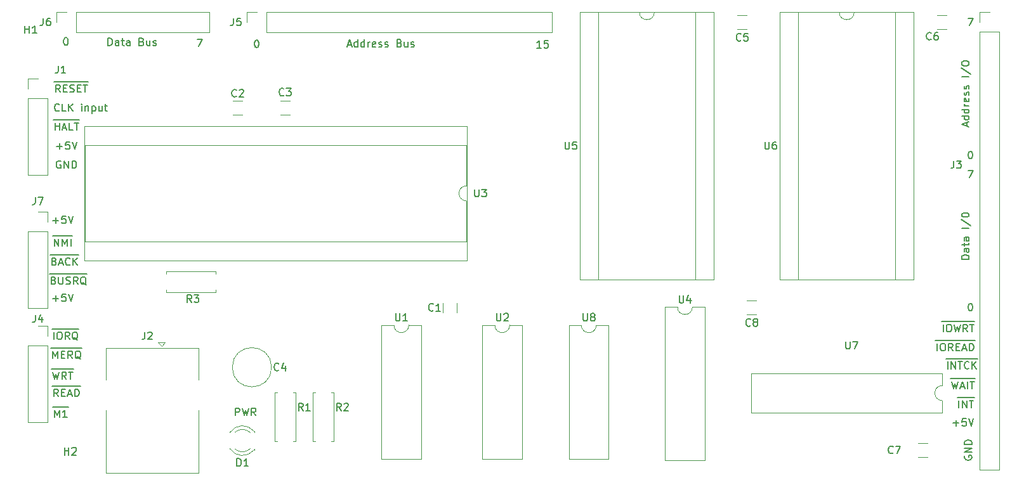
<source format=gbr>
G04 #@! TF.GenerationSoftware,KiCad,Pcbnew,(5.1.4)-1*
G04 #@! TF.CreationDate,2019-12-24T11:40:01+01:00*
G04 #@! TF.ProjectId,Dator,4461746f-722e-46b6-9963-61645f706362,rev?*
G04 #@! TF.SameCoordinates,Original*
G04 #@! TF.FileFunction,Legend,Top*
G04 #@! TF.FilePolarity,Positive*
%FSLAX46Y46*%
G04 Gerber Fmt 4.6, Leading zero omitted, Abs format (unit mm)*
G04 Created by KiCad (PCBNEW (5.1.4)-1) date 2019-12-24 11:40:01*
%MOMM*%
%LPD*%
G04 APERTURE LIST*
%ADD10C,0.150000*%
%ADD11C,0.120000*%
G04 APERTURE END LIST*
D10*
X93337285Y-109575000D02*
X93813476Y-109575000D01*
X93575380Y-110942380D02*
X93575380Y-109942380D01*
X93813476Y-109575000D02*
X94861095Y-109575000D01*
X94242047Y-109942380D02*
X94432523Y-109942380D01*
X94527761Y-109990000D01*
X94623000Y-110085238D01*
X94670619Y-110275714D01*
X94670619Y-110609047D01*
X94623000Y-110799523D01*
X94527761Y-110894761D01*
X94432523Y-110942380D01*
X94242047Y-110942380D01*
X94146809Y-110894761D01*
X94051571Y-110799523D01*
X94003952Y-110609047D01*
X94003952Y-110275714D01*
X94051571Y-110085238D01*
X94146809Y-109990000D01*
X94242047Y-109942380D01*
X94861095Y-109575000D02*
X95861095Y-109575000D01*
X95670619Y-110942380D02*
X95337285Y-110466190D01*
X95099190Y-110942380D02*
X95099190Y-109942380D01*
X95480142Y-109942380D01*
X95575380Y-109990000D01*
X95623000Y-110037619D01*
X95670619Y-110132857D01*
X95670619Y-110275714D01*
X95623000Y-110370952D01*
X95575380Y-110418571D01*
X95480142Y-110466190D01*
X95099190Y-110466190D01*
X95861095Y-109575000D02*
X96908714Y-109575000D01*
X96765857Y-111037619D02*
X96670619Y-110990000D01*
X96575380Y-110894761D01*
X96432523Y-110751904D01*
X96337285Y-110704285D01*
X96242047Y-110704285D01*
X96289666Y-110942380D02*
X96194428Y-110894761D01*
X96099190Y-110799523D01*
X96051571Y-110609047D01*
X96051571Y-110275714D01*
X96099190Y-110085238D01*
X96194428Y-109990000D01*
X96289666Y-109942380D01*
X96480142Y-109942380D01*
X96575380Y-109990000D01*
X96670619Y-110085238D01*
X96718238Y-110275714D01*
X96718238Y-110609047D01*
X96670619Y-110799523D01*
X96575380Y-110894761D01*
X96480142Y-110942380D01*
X96289666Y-110942380D01*
X100822523Y-71699380D02*
X100822523Y-70699380D01*
X101060619Y-70699380D01*
X101203476Y-70747000D01*
X101298714Y-70842238D01*
X101346333Y-70937476D01*
X101393952Y-71127952D01*
X101393952Y-71270809D01*
X101346333Y-71461285D01*
X101298714Y-71556523D01*
X101203476Y-71651761D01*
X101060619Y-71699380D01*
X100822523Y-71699380D01*
X102251095Y-71699380D02*
X102251095Y-71175571D01*
X102203476Y-71080333D01*
X102108238Y-71032714D01*
X101917761Y-71032714D01*
X101822523Y-71080333D01*
X102251095Y-71651761D02*
X102155857Y-71699380D01*
X101917761Y-71699380D01*
X101822523Y-71651761D01*
X101774904Y-71556523D01*
X101774904Y-71461285D01*
X101822523Y-71366047D01*
X101917761Y-71318428D01*
X102155857Y-71318428D01*
X102251095Y-71270809D01*
X102584428Y-71032714D02*
X102965380Y-71032714D01*
X102727285Y-70699380D02*
X102727285Y-71556523D01*
X102774904Y-71651761D01*
X102870142Y-71699380D01*
X102965380Y-71699380D01*
X103727285Y-71699380D02*
X103727285Y-71175571D01*
X103679666Y-71080333D01*
X103584428Y-71032714D01*
X103393952Y-71032714D01*
X103298714Y-71080333D01*
X103727285Y-71651761D02*
X103632047Y-71699380D01*
X103393952Y-71699380D01*
X103298714Y-71651761D01*
X103251095Y-71556523D01*
X103251095Y-71461285D01*
X103298714Y-71366047D01*
X103393952Y-71318428D01*
X103632047Y-71318428D01*
X103727285Y-71270809D01*
X105298714Y-71175571D02*
X105441571Y-71223190D01*
X105489190Y-71270809D01*
X105536809Y-71366047D01*
X105536809Y-71508904D01*
X105489190Y-71604142D01*
X105441571Y-71651761D01*
X105346333Y-71699380D01*
X104965380Y-71699380D01*
X104965380Y-70699380D01*
X105298714Y-70699380D01*
X105393952Y-70747000D01*
X105441571Y-70794619D01*
X105489190Y-70889857D01*
X105489190Y-70985095D01*
X105441571Y-71080333D01*
X105393952Y-71127952D01*
X105298714Y-71175571D01*
X104965380Y-71175571D01*
X106393952Y-71032714D02*
X106393952Y-71699380D01*
X105965380Y-71032714D02*
X105965380Y-71556523D01*
X106013000Y-71651761D01*
X106108238Y-71699380D01*
X106251095Y-71699380D01*
X106346333Y-71651761D01*
X106393952Y-71604142D01*
X106822523Y-71651761D02*
X106917761Y-71699380D01*
X107108238Y-71699380D01*
X107203476Y-71651761D01*
X107251095Y-71556523D01*
X107251095Y-71508904D01*
X107203476Y-71413666D01*
X107108238Y-71366047D01*
X106965380Y-71366047D01*
X106870142Y-71318428D01*
X106822523Y-71223190D01*
X106822523Y-71175571D01*
X106870142Y-71080333D01*
X106965380Y-71032714D01*
X107108238Y-71032714D01*
X107203476Y-71080333D01*
X132794928Y-71604166D02*
X133271119Y-71604166D01*
X132699690Y-71889880D02*
X133033023Y-70889880D01*
X133366357Y-71889880D01*
X134128261Y-71889880D02*
X134128261Y-70889880D01*
X134128261Y-71842261D02*
X134033023Y-71889880D01*
X133842547Y-71889880D01*
X133747309Y-71842261D01*
X133699690Y-71794642D01*
X133652071Y-71699404D01*
X133652071Y-71413690D01*
X133699690Y-71318452D01*
X133747309Y-71270833D01*
X133842547Y-71223214D01*
X134033023Y-71223214D01*
X134128261Y-71270833D01*
X135033023Y-71889880D02*
X135033023Y-70889880D01*
X135033023Y-71842261D02*
X134937785Y-71889880D01*
X134747309Y-71889880D01*
X134652071Y-71842261D01*
X134604452Y-71794642D01*
X134556833Y-71699404D01*
X134556833Y-71413690D01*
X134604452Y-71318452D01*
X134652071Y-71270833D01*
X134747309Y-71223214D01*
X134937785Y-71223214D01*
X135033023Y-71270833D01*
X135509214Y-71889880D02*
X135509214Y-71223214D01*
X135509214Y-71413690D02*
X135556833Y-71318452D01*
X135604452Y-71270833D01*
X135699690Y-71223214D01*
X135794928Y-71223214D01*
X136509214Y-71842261D02*
X136413976Y-71889880D01*
X136223500Y-71889880D01*
X136128261Y-71842261D01*
X136080642Y-71747023D01*
X136080642Y-71366071D01*
X136128261Y-71270833D01*
X136223500Y-71223214D01*
X136413976Y-71223214D01*
X136509214Y-71270833D01*
X136556833Y-71366071D01*
X136556833Y-71461309D01*
X136080642Y-71556547D01*
X136937785Y-71842261D02*
X137033023Y-71889880D01*
X137223500Y-71889880D01*
X137318738Y-71842261D01*
X137366357Y-71747023D01*
X137366357Y-71699404D01*
X137318738Y-71604166D01*
X137223500Y-71556547D01*
X137080642Y-71556547D01*
X136985404Y-71508928D01*
X136937785Y-71413690D01*
X136937785Y-71366071D01*
X136985404Y-71270833D01*
X137080642Y-71223214D01*
X137223500Y-71223214D01*
X137318738Y-71270833D01*
X137747309Y-71842261D02*
X137842547Y-71889880D01*
X138033023Y-71889880D01*
X138128261Y-71842261D01*
X138175880Y-71747023D01*
X138175880Y-71699404D01*
X138128261Y-71604166D01*
X138033023Y-71556547D01*
X137890166Y-71556547D01*
X137794928Y-71508928D01*
X137747309Y-71413690D01*
X137747309Y-71366071D01*
X137794928Y-71270833D01*
X137890166Y-71223214D01*
X138033023Y-71223214D01*
X138128261Y-71270833D01*
X139699690Y-71366071D02*
X139842547Y-71413690D01*
X139890166Y-71461309D01*
X139937785Y-71556547D01*
X139937785Y-71699404D01*
X139890166Y-71794642D01*
X139842547Y-71842261D01*
X139747309Y-71889880D01*
X139366357Y-71889880D01*
X139366357Y-70889880D01*
X139699690Y-70889880D01*
X139794928Y-70937500D01*
X139842547Y-70985119D01*
X139890166Y-71080357D01*
X139890166Y-71175595D01*
X139842547Y-71270833D01*
X139794928Y-71318452D01*
X139699690Y-71366071D01*
X139366357Y-71366071D01*
X140794928Y-71223214D02*
X140794928Y-71889880D01*
X140366357Y-71223214D02*
X140366357Y-71747023D01*
X140413976Y-71842261D01*
X140509214Y-71889880D01*
X140652071Y-71889880D01*
X140747309Y-71842261D01*
X140794928Y-71794642D01*
X141223500Y-71842261D02*
X141318738Y-71889880D01*
X141509214Y-71889880D01*
X141604452Y-71842261D01*
X141652071Y-71747023D01*
X141652071Y-71699404D01*
X141604452Y-71604166D01*
X141509214Y-71556547D01*
X141366357Y-71556547D01*
X141271119Y-71508928D01*
X141223500Y-71413690D01*
X141223500Y-71366071D01*
X141271119Y-71270833D01*
X141366357Y-71223214D01*
X141509214Y-71223214D01*
X141604452Y-71270833D01*
X158623023Y-72016880D02*
X158051595Y-72016880D01*
X158337309Y-72016880D02*
X158337309Y-71016880D01*
X158242071Y-71159738D01*
X158146833Y-71254976D01*
X158051595Y-71302595D01*
X159527785Y-71016880D02*
X159051595Y-71016880D01*
X159003976Y-71493071D01*
X159051595Y-71445452D01*
X159146833Y-71397833D01*
X159384928Y-71397833D01*
X159480166Y-71445452D01*
X159527785Y-71493071D01*
X159575404Y-71588309D01*
X159575404Y-71826404D01*
X159527785Y-71921642D01*
X159480166Y-71969261D01*
X159384928Y-72016880D01*
X159146833Y-72016880D01*
X159051595Y-71969261D01*
X159003976Y-71921642D01*
X120602380Y-70953380D02*
X120697619Y-70953380D01*
X120792857Y-71001000D01*
X120840476Y-71048619D01*
X120888095Y-71143857D01*
X120935714Y-71334333D01*
X120935714Y-71572428D01*
X120888095Y-71762904D01*
X120840476Y-71858142D01*
X120792857Y-71905761D01*
X120697619Y-71953380D01*
X120602380Y-71953380D01*
X120507142Y-71905761D01*
X120459523Y-71858142D01*
X120411904Y-71762904D01*
X120364285Y-71572428D01*
X120364285Y-71334333D01*
X120411904Y-71143857D01*
X120459523Y-71048619D01*
X120507142Y-71001000D01*
X120602380Y-70953380D01*
X112696666Y-70826380D02*
X113363333Y-70826380D01*
X112934761Y-71826380D01*
X95138880Y-70635880D02*
X95234119Y-70635880D01*
X95329357Y-70683500D01*
X95376976Y-70731119D01*
X95424595Y-70826357D01*
X95472214Y-71016833D01*
X95472214Y-71254928D01*
X95424595Y-71445404D01*
X95376976Y-71540642D01*
X95329357Y-71588261D01*
X95234119Y-71635880D01*
X95138880Y-71635880D01*
X95043642Y-71588261D01*
X94996023Y-71540642D01*
X94948404Y-71445404D01*
X94900785Y-71254928D01*
X94900785Y-71016833D01*
X94948404Y-70826357D01*
X94996023Y-70731119D01*
X95043642Y-70683500D01*
X95138880Y-70635880D01*
X93623095Y-76555000D02*
X94623095Y-76555000D01*
X94432619Y-77922380D02*
X94099285Y-77446190D01*
X93861190Y-77922380D02*
X93861190Y-76922380D01*
X94242142Y-76922380D01*
X94337380Y-76970000D01*
X94385000Y-77017619D01*
X94432619Y-77112857D01*
X94432619Y-77255714D01*
X94385000Y-77350952D01*
X94337380Y-77398571D01*
X94242142Y-77446190D01*
X93861190Y-77446190D01*
X94623095Y-76555000D02*
X95527857Y-76555000D01*
X94861190Y-77398571D02*
X95194523Y-77398571D01*
X95337380Y-77922380D02*
X94861190Y-77922380D01*
X94861190Y-76922380D01*
X95337380Y-76922380D01*
X95527857Y-76555000D02*
X96480238Y-76555000D01*
X95718333Y-77874761D02*
X95861190Y-77922380D01*
X96099285Y-77922380D01*
X96194523Y-77874761D01*
X96242142Y-77827142D01*
X96289761Y-77731904D01*
X96289761Y-77636666D01*
X96242142Y-77541428D01*
X96194523Y-77493809D01*
X96099285Y-77446190D01*
X95908809Y-77398571D01*
X95813571Y-77350952D01*
X95765952Y-77303333D01*
X95718333Y-77208095D01*
X95718333Y-77112857D01*
X95765952Y-77017619D01*
X95813571Y-76970000D01*
X95908809Y-76922380D01*
X96146904Y-76922380D01*
X96289761Y-76970000D01*
X96480238Y-76555000D02*
X97385000Y-76555000D01*
X96718333Y-77398571D02*
X97051666Y-77398571D01*
X97194523Y-77922380D02*
X96718333Y-77922380D01*
X96718333Y-76922380D01*
X97194523Y-76922380D01*
X97385000Y-76555000D02*
X98146904Y-76555000D01*
X97480238Y-76922380D02*
X98051666Y-76922380D01*
X97765952Y-77922380D02*
X97765952Y-76922380D01*
X94488095Y-87130000D02*
X94392857Y-87082380D01*
X94250000Y-87082380D01*
X94107142Y-87130000D01*
X94011904Y-87225238D01*
X93964285Y-87320476D01*
X93916666Y-87510952D01*
X93916666Y-87653809D01*
X93964285Y-87844285D01*
X94011904Y-87939523D01*
X94107142Y-88034761D01*
X94250000Y-88082380D01*
X94345238Y-88082380D01*
X94488095Y-88034761D01*
X94535714Y-87987142D01*
X94535714Y-87653809D01*
X94345238Y-87653809D01*
X94964285Y-88082380D02*
X94964285Y-87082380D01*
X95535714Y-88082380D01*
X95535714Y-87082380D01*
X96011904Y-88082380D02*
X96011904Y-87082380D01*
X96250000Y-87082380D01*
X96392857Y-87130000D01*
X96488095Y-87225238D01*
X96535714Y-87320476D01*
X96583333Y-87510952D01*
X96583333Y-87653809D01*
X96535714Y-87844285D01*
X96488095Y-87939523D01*
X96392857Y-88034761D01*
X96250000Y-88082380D01*
X96011904Y-88082380D01*
X93511904Y-81635000D02*
X94559523Y-81635000D01*
X93750000Y-83002380D02*
X93750000Y-82002380D01*
X93750000Y-82478571D02*
X94321428Y-82478571D01*
X94321428Y-83002380D02*
X94321428Y-82002380D01*
X94559523Y-81635000D02*
X95416666Y-81635000D01*
X94750000Y-82716666D02*
X95226190Y-82716666D01*
X94654761Y-83002380D02*
X94988095Y-82002380D01*
X95321428Y-83002380D01*
X95416666Y-81635000D02*
X96226190Y-81635000D01*
X96130952Y-83002380D02*
X95654761Y-83002380D01*
X95654761Y-82002380D01*
X96226190Y-81635000D02*
X96988095Y-81635000D01*
X96321428Y-82002380D02*
X96892857Y-82002380D01*
X96607142Y-83002380D02*
X96607142Y-82002380D01*
X94297857Y-80367142D02*
X94250238Y-80414761D01*
X94107380Y-80462380D01*
X94012142Y-80462380D01*
X93869285Y-80414761D01*
X93774047Y-80319523D01*
X93726428Y-80224285D01*
X93678809Y-80033809D01*
X93678809Y-79890952D01*
X93726428Y-79700476D01*
X93774047Y-79605238D01*
X93869285Y-79510000D01*
X94012142Y-79462380D01*
X94107380Y-79462380D01*
X94250238Y-79510000D01*
X94297857Y-79557619D01*
X95202619Y-80462380D02*
X94726428Y-80462380D01*
X94726428Y-79462380D01*
X95535952Y-80462380D02*
X95535952Y-79462380D01*
X96107380Y-80462380D02*
X95678809Y-79890952D01*
X96107380Y-79462380D02*
X95535952Y-80033809D01*
X97297857Y-80462380D02*
X97297857Y-79795714D01*
X97297857Y-79462380D02*
X97250238Y-79510000D01*
X97297857Y-79557619D01*
X97345476Y-79510000D01*
X97297857Y-79462380D01*
X97297857Y-79557619D01*
X97774047Y-79795714D02*
X97774047Y-80462380D01*
X97774047Y-79890952D02*
X97821666Y-79843333D01*
X97916904Y-79795714D01*
X98059761Y-79795714D01*
X98155000Y-79843333D01*
X98202619Y-79938571D01*
X98202619Y-80462380D01*
X98678809Y-79795714D02*
X98678809Y-80795714D01*
X98678809Y-79843333D02*
X98774047Y-79795714D01*
X98964523Y-79795714D01*
X99059761Y-79843333D01*
X99107380Y-79890952D01*
X99155000Y-79986190D01*
X99155000Y-80271904D01*
X99107380Y-80367142D01*
X99059761Y-80414761D01*
X98964523Y-80462380D01*
X98774047Y-80462380D01*
X98678809Y-80414761D01*
X100012142Y-79795714D02*
X100012142Y-80462380D01*
X99583571Y-79795714D02*
X99583571Y-80319523D01*
X99631190Y-80414761D01*
X99726428Y-80462380D01*
X99869285Y-80462380D01*
X99964523Y-80414761D01*
X100012142Y-80367142D01*
X100345476Y-79795714D02*
X100726428Y-79795714D01*
X100488333Y-79462380D02*
X100488333Y-80319523D01*
X100535952Y-80414761D01*
X100631190Y-80462380D01*
X100726428Y-80462380D01*
X93964285Y-85161428D02*
X94726190Y-85161428D01*
X94345238Y-85542380D02*
X94345238Y-84780476D01*
X95678571Y-84542380D02*
X95202380Y-84542380D01*
X95154761Y-85018571D01*
X95202380Y-84970952D01*
X95297619Y-84923333D01*
X95535714Y-84923333D01*
X95630952Y-84970952D01*
X95678571Y-85018571D01*
X95726190Y-85113809D01*
X95726190Y-85351904D01*
X95678571Y-85447142D01*
X95630952Y-85494761D01*
X95535714Y-85542380D01*
X95297619Y-85542380D01*
X95202380Y-85494761D01*
X95154761Y-85447142D01*
X96011904Y-84542380D02*
X96345238Y-85542380D01*
X96678571Y-84542380D01*
X93456285Y-105481428D02*
X94218190Y-105481428D01*
X93837238Y-105862380D02*
X93837238Y-105100476D01*
X95170571Y-104862380D02*
X94694380Y-104862380D01*
X94646761Y-105338571D01*
X94694380Y-105290952D01*
X94789619Y-105243333D01*
X95027714Y-105243333D01*
X95122952Y-105290952D01*
X95170571Y-105338571D01*
X95218190Y-105433809D01*
X95218190Y-105671904D01*
X95170571Y-105767142D01*
X95122952Y-105814761D01*
X95027714Y-105862380D01*
X94789619Y-105862380D01*
X94694380Y-105814761D01*
X94646761Y-105767142D01*
X95503904Y-104862380D02*
X95837238Y-105862380D01*
X96170571Y-104862380D01*
X92980190Y-102209000D02*
X93980190Y-102209000D01*
X93551619Y-103052571D02*
X93694476Y-103100190D01*
X93742095Y-103147809D01*
X93789714Y-103243047D01*
X93789714Y-103385904D01*
X93742095Y-103481142D01*
X93694476Y-103528761D01*
X93599238Y-103576380D01*
X93218285Y-103576380D01*
X93218285Y-102576380D01*
X93551619Y-102576380D01*
X93646857Y-102624000D01*
X93694476Y-102671619D01*
X93742095Y-102766857D01*
X93742095Y-102862095D01*
X93694476Y-102957333D01*
X93646857Y-103004952D01*
X93551619Y-103052571D01*
X93218285Y-103052571D01*
X93980190Y-102209000D02*
X95027809Y-102209000D01*
X94218285Y-102576380D02*
X94218285Y-103385904D01*
X94265904Y-103481142D01*
X94313523Y-103528761D01*
X94408761Y-103576380D01*
X94599238Y-103576380D01*
X94694476Y-103528761D01*
X94742095Y-103481142D01*
X94789714Y-103385904D01*
X94789714Y-102576380D01*
X95027809Y-102209000D02*
X95980190Y-102209000D01*
X95218285Y-103528761D02*
X95361142Y-103576380D01*
X95599238Y-103576380D01*
X95694476Y-103528761D01*
X95742095Y-103481142D01*
X95789714Y-103385904D01*
X95789714Y-103290666D01*
X95742095Y-103195428D01*
X95694476Y-103147809D01*
X95599238Y-103100190D01*
X95408761Y-103052571D01*
X95313523Y-103004952D01*
X95265904Y-102957333D01*
X95218285Y-102862095D01*
X95218285Y-102766857D01*
X95265904Y-102671619D01*
X95313523Y-102624000D01*
X95408761Y-102576380D01*
X95646857Y-102576380D01*
X95789714Y-102624000D01*
X95980190Y-102209000D02*
X96980190Y-102209000D01*
X96789714Y-103576380D02*
X96456380Y-103100190D01*
X96218285Y-103576380D02*
X96218285Y-102576380D01*
X96599238Y-102576380D01*
X96694476Y-102624000D01*
X96742095Y-102671619D01*
X96789714Y-102766857D01*
X96789714Y-102909714D01*
X96742095Y-103004952D01*
X96694476Y-103052571D01*
X96599238Y-103100190D01*
X96218285Y-103100190D01*
X96980190Y-102209000D02*
X98027809Y-102209000D01*
X97884952Y-103671619D02*
X97789714Y-103624000D01*
X97694476Y-103528761D01*
X97551619Y-103385904D01*
X97456380Y-103338285D01*
X97361142Y-103338285D01*
X97408761Y-103576380D02*
X97313523Y-103528761D01*
X97218285Y-103433523D01*
X97170666Y-103243047D01*
X97170666Y-102909714D01*
X97218285Y-102719238D01*
X97313523Y-102624000D01*
X97408761Y-102576380D01*
X97599238Y-102576380D01*
X97694476Y-102624000D01*
X97789714Y-102719238D01*
X97837333Y-102909714D01*
X97837333Y-103243047D01*
X97789714Y-103433523D01*
X97694476Y-103528761D01*
X97599238Y-103576380D01*
X97408761Y-103576380D01*
X93067428Y-99669000D02*
X94067428Y-99669000D01*
X93638857Y-100512571D02*
X93781714Y-100560190D01*
X93829333Y-100607809D01*
X93876952Y-100703047D01*
X93876952Y-100845904D01*
X93829333Y-100941142D01*
X93781714Y-100988761D01*
X93686476Y-101036380D01*
X93305523Y-101036380D01*
X93305523Y-100036380D01*
X93638857Y-100036380D01*
X93734095Y-100084000D01*
X93781714Y-100131619D01*
X93829333Y-100226857D01*
X93829333Y-100322095D01*
X93781714Y-100417333D01*
X93734095Y-100464952D01*
X93638857Y-100512571D01*
X93305523Y-100512571D01*
X94067428Y-99669000D02*
X94924571Y-99669000D01*
X94257904Y-100750666D02*
X94734095Y-100750666D01*
X94162666Y-101036380D02*
X94496000Y-100036380D01*
X94829333Y-101036380D01*
X94924571Y-99669000D02*
X95924571Y-99669000D01*
X95734095Y-100941142D02*
X95686476Y-100988761D01*
X95543619Y-101036380D01*
X95448380Y-101036380D01*
X95305523Y-100988761D01*
X95210285Y-100893523D01*
X95162666Y-100798285D01*
X95115047Y-100607809D01*
X95115047Y-100464952D01*
X95162666Y-100274476D01*
X95210285Y-100179238D01*
X95305523Y-100084000D01*
X95448380Y-100036380D01*
X95543619Y-100036380D01*
X95686476Y-100084000D01*
X95734095Y-100131619D01*
X95924571Y-99669000D02*
X96924571Y-99669000D01*
X96162666Y-101036380D02*
X96162666Y-100036380D01*
X96734095Y-101036380D02*
X96305523Y-100464952D01*
X96734095Y-100036380D02*
X96162666Y-100607809D01*
X93408666Y-97129000D02*
X94456285Y-97129000D01*
X93646761Y-98496380D02*
X93646761Y-97496380D01*
X94218190Y-98496380D01*
X94218190Y-97496380D01*
X94456285Y-97129000D02*
X95599142Y-97129000D01*
X94694380Y-98496380D02*
X94694380Y-97496380D01*
X95027714Y-98210666D01*
X95361047Y-97496380D01*
X95361047Y-98496380D01*
X95599142Y-97129000D02*
X96075333Y-97129000D01*
X95837238Y-98496380D02*
X95837238Y-97496380D01*
X93456285Y-95067428D02*
X94218190Y-95067428D01*
X93837238Y-95448380D02*
X93837238Y-94686476D01*
X95170571Y-94448380D02*
X94694380Y-94448380D01*
X94646761Y-94924571D01*
X94694380Y-94876952D01*
X94789619Y-94829333D01*
X95027714Y-94829333D01*
X95122952Y-94876952D01*
X95170571Y-94924571D01*
X95218190Y-95019809D01*
X95218190Y-95257904D01*
X95170571Y-95353142D01*
X95122952Y-95400761D01*
X95027714Y-95448380D01*
X94789619Y-95448380D01*
X94694380Y-95400761D01*
X94646761Y-95353142D01*
X95503904Y-94448380D02*
X95837238Y-95448380D01*
X96170571Y-94448380D01*
X93440380Y-119989000D02*
X94583238Y-119989000D01*
X93678476Y-121356380D02*
X93678476Y-120356380D01*
X94011809Y-121070666D01*
X94345142Y-120356380D01*
X94345142Y-121356380D01*
X94583238Y-119989000D02*
X95535619Y-119989000D01*
X95345142Y-121356380D02*
X94773714Y-121356380D01*
X95059428Y-121356380D02*
X95059428Y-120356380D01*
X94964190Y-120499238D01*
X94868952Y-120594476D01*
X94773714Y-120642095D01*
X93369047Y-117195000D02*
X94369047Y-117195000D01*
X94178571Y-118562380D02*
X93845238Y-118086190D01*
X93607142Y-118562380D02*
X93607142Y-117562380D01*
X93988095Y-117562380D01*
X94083333Y-117610000D01*
X94130952Y-117657619D01*
X94178571Y-117752857D01*
X94178571Y-117895714D01*
X94130952Y-117990952D01*
X94083333Y-118038571D01*
X93988095Y-118086190D01*
X93607142Y-118086190D01*
X94369047Y-117195000D02*
X95273809Y-117195000D01*
X94607142Y-118038571D02*
X94940476Y-118038571D01*
X95083333Y-118562380D02*
X94607142Y-118562380D01*
X94607142Y-117562380D01*
X95083333Y-117562380D01*
X95273809Y-117195000D02*
X96130952Y-117195000D01*
X95464285Y-118276666D02*
X95940476Y-118276666D01*
X95369047Y-118562380D02*
X95702380Y-117562380D01*
X96035714Y-118562380D01*
X96130952Y-117195000D02*
X97130952Y-117195000D01*
X96369047Y-118562380D02*
X96369047Y-117562380D01*
X96607142Y-117562380D01*
X96749999Y-117610000D01*
X96845238Y-117705238D01*
X96892857Y-117800476D01*
X96940476Y-117990952D01*
X96940476Y-118133809D01*
X96892857Y-118324285D01*
X96845238Y-118419523D01*
X96749999Y-118514761D01*
X96607142Y-118562380D01*
X96369047Y-118562380D01*
X93289619Y-114909000D02*
X94432476Y-114909000D01*
X93432476Y-115276380D02*
X93670571Y-116276380D01*
X93861047Y-115562095D01*
X94051523Y-116276380D01*
X94289619Y-115276380D01*
X94432476Y-114909000D02*
X95432476Y-114909000D01*
X95242000Y-116276380D02*
X94908666Y-115800190D01*
X94670571Y-116276380D02*
X94670571Y-115276380D01*
X95051523Y-115276380D01*
X95146761Y-115324000D01*
X95194380Y-115371619D01*
X95242000Y-115466857D01*
X95242000Y-115609714D01*
X95194380Y-115704952D01*
X95146761Y-115752571D01*
X95051523Y-115800190D01*
X94670571Y-115800190D01*
X95432476Y-114909000D02*
X96194380Y-114909000D01*
X95527714Y-115276380D02*
X96099142Y-115276380D01*
X95813428Y-116276380D02*
X95813428Y-115276380D01*
X93202380Y-112115000D02*
X94345238Y-112115000D01*
X93440476Y-113482380D02*
X93440476Y-112482380D01*
X93773809Y-113196666D01*
X94107142Y-112482380D01*
X94107142Y-113482380D01*
X94345238Y-112115000D02*
X95250000Y-112115000D01*
X94583333Y-112958571D02*
X94916666Y-112958571D01*
X95059523Y-113482380D02*
X94583333Y-113482380D01*
X94583333Y-112482380D01*
X95059523Y-112482380D01*
X95250000Y-112115000D02*
X96250000Y-112115000D01*
X96059523Y-113482380D02*
X95726190Y-113006190D01*
X95488095Y-113482380D02*
X95488095Y-112482380D01*
X95869047Y-112482380D01*
X95964285Y-112530000D01*
X96011904Y-112577619D01*
X96059523Y-112672857D01*
X96059523Y-112815714D01*
X96011904Y-112910952D01*
X95964285Y-112958571D01*
X95869047Y-113006190D01*
X95488095Y-113006190D01*
X96250000Y-112115000D02*
X97297619Y-112115000D01*
X97154761Y-113577619D02*
X97059523Y-113530000D01*
X96964285Y-113434761D01*
X96821428Y-113291904D01*
X96726190Y-113244285D01*
X96630952Y-113244285D01*
X96678571Y-113482380D02*
X96583333Y-113434761D01*
X96488095Y-113339523D01*
X96440476Y-113149047D01*
X96440476Y-112815714D01*
X96488095Y-112625238D01*
X96583333Y-112530000D01*
X96678571Y-112482380D01*
X96869047Y-112482380D01*
X96964285Y-112530000D01*
X97059523Y-112625238D01*
X97107142Y-112815714D01*
X97107142Y-113149047D01*
X97059523Y-113339523D01*
X96964285Y-113434761D01*
X96869047Y-113482380D01*
X96678571Y-113482380D01*
X215717380Y-100226428D02*
X214717380Y-100226428D01*
X214717380Y-99988333D01*
X214765000Y-99845476D01*
X214860238Y-99750238D01*
X214955476Y-99702619D01*
X215145952Y-99655000D01*
X215288809Y-99655000D01*
X215479285Y-99702619D01*
X215574523Y-99750238D01*
X215669761Y-99845476D01*
X215717380Y-99988333D01*
X215717380Y-100226428D01*
X215717380Y-98797857D02*
X215193571Y-98797857D01*
X215098333Y-98845476D01*
X215050714Y-98940714D01*
X215050714Y-99131190D01*
X215098333Y-99226428D01*
X215669761Y-98797857D02*
X215717380Y-98893095D01*
X215717380Y-99131190D01*
X215669761Y-99226428D01*
X215574523Y-99274047D01*
X215479285Y-99274047D01*
X215384047Y-99226428D01*
X215336428Y-99131190D01*
X215336428Y-98893095D01*
X215288809Y-98797857D01*
X215050714Y-98464523D02*
X215050714Y-98083571D01*
X214717380Y-98321666D02*
X215574523Y-98321666D01*
X215669761Y-98274047D01*
X215717380Y-98178809D01*
X215717380Y-98083571D01*
X215717380Y-97321666D02*
X215193571Y-97321666D01*
X215098333Y-97369285D01*
X215050714Y-97464523D01*
X215050714Y-97655000D01*
X215098333Y-97750238D01*
X215669761Y-97321666D02*
X215717380Y-97416904D01*
X215717380Y-97655000D01*
X215669761Y-97750238D01*
X215574523Y-97797857D01*
X215479285Y-97797857D01*
X215384047Y-97750238D01*
X215336428Y-97655000D01*
X215336428Y-97416904D01*
X215288809Y-97321666D01*
X215717380Y-96083571D02*
X214717380Y-96083571D01*
X214669761Y-94893095D02*
X215955476Y-95750238D01*
X214717380Y-94369285D02*
X214717380Y-94274047D01*
X214765000Y-94178809D01*
X214812619Y-94131190D01*
X214907857Y-94083571D01*
X215098333Y-94035952D01*
X215336428Y-94035952D01*
X215526904Y-94083571D01*
X215622142Y-94131190D01*
X215669761Y-94178809D01*
X215717380Y-94274047D01*
X215717380Y-94369285D01*
X215669761Y-94464523D01*
X215622142Y-94512142D01*
X215526904Y-94559761D01*
X215336428Y-94607380D01*
X215098333Y-94607380D01*
X214907857Y-94559761D01*
X214812619Y-94512142D01*
X214765000Y-94464523D01*
X214717380Y-94369285D01*
X215431666Y-82462142D02*
X215431666Y-81985952D01*
X215717380Y-82557380D02*
X214717380Y-82224047D01*
X215717380Y-81890714D01*
X215717380Y-81128809D02*
X214717380Y-81128809D01*
X215669761Y-81128809D02*
X215717380Y-81224047D01*
X215717380Y-81414523D01*
X215669761Y-81509761D01*
X215622142Y-81557380D01*
X215526904Y-81605000D01*
X215241190Y-81605000D01*
X215145952Y-81557380D01*
X215098333Y-81509761D01*
X215050714Y-81414523D01*
X215050714Y-81224047D01*
X215098333Y-81128809D01*
X215717380Y-80224047D02*
X214717380Y-80224047D01*
X215669761Y-80224047D02*
X215717380Y-80319285D01*
X215717380Y-80509761D01*
X215669761Y-80605000D01*
X215622142Y-80652619D01*
X215526904Y-80700238D01*
X215241190Y-80700238D01*
X215145952Y-80652619D01*
X215098333Y-80605000D01*
X215050714Y-80509761D01*
X215050714Y-80319285D01*
X215098333Y-80224047D01*
X215717380Y-79747857D02*
X215050714Y-79747857D01*
X215241190Y-79747857D02*
X215145952Y-79700238D01*
X215098333Y-79652619D01*
X215050714Y-79557380D01*
X215050714Y-79462142D01*
X215669761Y-78747857D02*
X215717380Y-78843095D01*
X215717380Y-79033571D01*
X215669761Y-79128809D01*
X215574523Y-79176428D01*
X215193571Y-79176428D01*
X215098333Y-79128809D01*
X215050714Y-79033571D01*
X215050714Y-78843095D01*
X215098333Y-78747857D01*
X215193571Y-78700238D01*
X215288809Y-78700238D01*
X215384047Y-79176428D01*
X215669761Y-78319285D02*
X215717380Y-78224047D01*
X215717380Y-78033571D01*
X215669761Y-77938333D01*
X215574523Y-77890714D01*
X215526904Y-77890714D01*
X215431666Y-77938333D01*
X215384047Y-78033571D01*
X215384047Y-78176428D01*
X215336428Y-78271666D01*
X215241190Y-78319285D01*
X215193571Y-78319285D01*
X215098333Y-78271666D01*
X215050714Y-78176428D01*
X215050714Y-78033571D01*
X215098333Y-77938333D01*
X215669761Y-77509761D02*
X215717380Y-77414523D01*
X215717380Y-77224047D01*
X215669761Y-77128809D01*
X215574523Y-77081190D01*
X215526904Y-77081190D01*
X215431666Y-77128809D01*
X215384047Y-77224047D01*
X215384047Y-77366904D01*
X215336428Y-77462142D01*
X215241190Y-77509761D01*
X215193571Y-77509761D01*
X215098333Y-77462142D01*
X215050714Y-77366904D01*
X215050714Y-77224047D01*
X215098333Y-77128809D01*
X215717380Y-75890714D02*
X214717380Y-75890714D01*
X214669761Y-74700238D02*
X215955476Y-75557380D01*
X214717380Y-74176428D02*
X214717380Y-73985952D01*
X214765000Y-73890714D01*
X214860238Y-73795476D01*
X215050714Y-73747857D01*
X215384047Y-73747857D01*
X215574523Y-73795476D01*
X215669761Y-73890714D01*
X215717380Y-73985952D01*
X215717380Y-74176428D01*
X215669761Y-74271666D01*
X215574523Y-74366904D01*
X215384047Y-74414523D01*
X215050714Y-74414523D01*
X214860238Y-74366904D01*
X214765000Y-74271666D01*
X214717380Y-74176428D01*
X215146000Y-126491904D02*
X215098380Y-126587142D01*
X215098380Y-126730000D01*
X215146000Y-126872857D01*
X215241238Y-126968095D01*
X215336476Y-127015714D01*
X215526952Y-127063333D01*
X215669809Y-127063333D01*
X215860285Y-127015714D01*
X215955523Y-126968095D01*
X216050761Y-126872857D01*
X216098380Y-126730000D01*
X216098380Y-126634761D01*
X216050761Y-126491904D01*
X216003142Y-126444285D01*
X215669809Y-126444285D01*
X215669809Y-126634761D01*
X216098380Y-126015714D02*
X215098380Y-126015714D01*
X216098380Y-125444285D01*
X215098380Y-125444285D01*
X216098380Y-124968095D02*
X215098380Y-124968095D01*
X215098380Y-124730000D01*
X215146000Y-124587142D01*
X215241238Y-124491904D01*
X215336476Y-124444285D01*
X215526952Y-124396666D01*
X215669809Y-124396666D01*
X215860285Y-124444285D01*
X215955523Y-124491904D01*
X216050761Y-124587142D01*
X216098380Y-124730000D01*
X216098380Y-124968095D01*
X213598285Y-122118428D02*
X214360190Y-122118428D01*
X213979238Y-122499380D02*
X213979238Y-121737476D01*
X215312571Y-121499380D02*
X214836380Y-121499380D01*
X214788761Y-121975571D01*
X214836380Y-121927952D01*
X214931619Y-121880333D01*
X215169714Y-121880333D01*
X215264952Y-121927952D01*
X215312571Y-121975571D01*
X215360190Y-122070809D01*
X215360190Y-122308904D01*
X215312571Y-122404142D01*
X215264952Y-122451761D01*
X215169714Y-122499380D01*
X214931619Y-122499380D01*
X214836380Y-122451761D01*
X214788761Y-122404142D01*
X215645904Y-121499380D02*
X215979238Y-122499380D01*
X216312571Y-121499380D01*
X214122142Y-118719000D02*
X214598333Y-118719000D01*
X214360238Y-120086380D02*
X214360238Y-119086380D01*
X214598333Y-118719000D02*
X215645952Y-118719000D01*
X214836428Y-120086380D02*
X214836428Y-119086380D01*
X215407857Y-120086380D01*
X215407857Y-119086380D01*
X215645952Y-118719000D02*
X216407857Y-118719000D01*
X215741190Y-119086380D02*
X216312619Y-119086380D01*
X216026904Y-120086380D02*
X216026904Y-119086380D01*
X213264952Y-116179000D02*
X214407809Y-116179000D01*
X213407809Y-116546380D02*
X213645904Y-117546380D01*
X213836380Y-116832095D01*
X214026857Y-117546380D01*
X214264952Y-116546380D01*
X214407809Y-116179000D02*
X215264952Y-116179000D01*
X214598285Y-117260666D02*
X215074476Y-117260666D01*
X214503047Y-117546380D02*
X214836380Y-116546380D01*
X215169714Y-117546380D01*
X215264952Y-116179000D02*
X215741142Y-116179000D01*
X215503047Y-117546380D02*
X215503047Y-116546380D01*
X215741142Y-116179000D02*
X216503047Y-116179000D01*
X215836380Y-116546380D02*
X216407809Y-116546380D01*
X216122095Y-117546380D02*
X216122095Y-116546380D01*
X212614142Y-113512000D02*
X213090333Y-113512000D01*
X212852238Y-114879380D02*
X212852238Y-113879380D01*
X213090333Y-113512000D02*
X214137952Y-113512000D01*
X213328428Y-114879380D02*
X213328428Y-113879380D01*
X213899857Y-114879380D01*
X213899857Y-113879380D01*
X214137952Y-113512000D02*
X214899857Y-113512000D01*
X214233190Y-113879380D02*
X214804619Y-113879380D01*
X214518904Y-114879380D02*
X214518904Y-113879380D01*
X214899857Y-113512000D02*
X215899857Y-113512000D01*
X215709380Y-114784142D02*
X215661761Y-114831761D01*
X215518904Y-114879380D01*
X215423666Y-114879380D01*
X215280809Y-114831761D01*
X215185571Y-114736523D01*
X215137952Y-114641285D01*
X215090333Y-114450809D01*
X215090333Y-114307952D01*
X215137952Y-114117476D01*
X215185571Y-114022238D01*
X215280809Y-113927000D01*
X215423666Y-113879380D01*
X215518904Y-113879380D01*
X215661761Y-113927000D01*
X215709380Y-113974619D01*
X215899857Y-113512000D02*
X216899857Y-113512000D01*
X216137952Y-114879380D02*
X216137952Y-113879380D01*
X216709380Y-114879380D02*
X216280809Y-114307952D01*
X216709380Y-113879380D02*
X216137952Y-114450809D01*
X212034714Y-108559000D02*
X212510904Y-108559000D01*
X212272809Y-109926380D02*
X212272809Y-108926380D01*
X212510904Y-108559000D02*
X213558523Y-108559000D01*
X212939476Y-108926380D02*
X213129952Y-108926380D01*
X213225190Y-108974000D01*
X213320428Y-109069238D01*
X213368047Y-109259714D01*
X213368047Y-109593047D01*
X213320428Y-109783523D01*
X213225190Y-109878761D01*
X213129952Y-109926380D01*
X212939476Y-109926380D01*
X212844238Y-109878761D01*
X212749000Y-109783523D01*
X212701380Y-109593047D01*
X212701380Y-109259714D01*
X212749000Y-109069238D01*
X212844238Y-108974000D01*
X212939476Y-108926380D01*
X213558523Y-108559000D02*
X214701380Y-108559000D01*
X213701380Y-108926380D02*
X213939476Y-109926380D01*
X214129952Y-109212095D01*
X214320428Y-109926380D01*
X214558523Y-108926380D01*
X214701380Y-108559000D02*
X215701380Y-108559000D01*
X215510904Y-109926380D02*
X215177571Y-109450190D01*
X214939476Y-109926380D02*
X214939476Y-108926380D01*
X215320428Y-108926380D01*
X215415666Y-108974000D01*
X215463285Y-109021619D01*
X215510904Y-109116857D01*
X215510904Y-109259714D01*
X215463285Y-109354952D01*
X215415666Y-109402571D01*
X215320428Y-109450190D01*
X214939476Y-109450190D01*
X215701380Y-108559000D02*
X216463285Y-108559000D01*
X215796619Y-108926380D02*
X216368047Y-108926380D01*
X216082333Y-109926380D02*
X216082333Y-108926380D01*
X211225142Y-111099000D02*
X211701333Y-111099000D01*
X211463238Y-112466380D02*
X211463238Y-111466380D01*
X211701333Y-111099000D02*
X212748952Y-111099000D01*
X212129904Y-111466380D02*
X212320380Y-111466380D01*
X212415619Y-111514000D01*
X212510857Y-111609238D01*
X212558476Y-111799714D01*
X212558476Y-112133047D01*
X212510857Y-112323523D01*
X212415619Y-112418761D01*
X212320380Y-112466380D01*
X212129904Y-112466380D01*
X212034666Y-112418761D01*
X211939428Y-112323523D01*
X211891809Y-112133047D01*
X211891809Y-111799714D01*
X211939428Y-111609238D01*
X212034666Y-111514000D01*
X212129904Y-111466380D01*
X212748952Y-111099000D02*
X213748952Y-111099000D01*
X213558476Y-112466380D02*
X213225142Y-111990190D01*
X212987047Y-112466380D02*
X212987047Y-111466380D01*
X213368000Y-111466380D01*
X213463238Y-111514000D01*
X213510857Y-111561619D01*
X213558476Y-111656857D01*
X213558476Y-111799714D01*
X213510857Y-111894952D01*
X213463238Y-111942571D01*
X213368000Y-111990190D01*
X212987047Y-111990190D01*
X213748952Y-111099000D02*
X214653714Y-111099000D01*
X213987047Y-111942571D02*
X214320380Y-111942571D01*
X214463238Y-112466380D02*
X213987047Y-112466380D01*
X213987047Y-111466380D01*
X214463238Y-111466380D01*
X214653714Y-111099000D02*
X215510857Y-111099000D01*
X214844190Y-112180666D02*
X215320380Y-112180666D01*
X214748952Y-112466380D02*
X215082285Y-111466380D01*
X215415619Y-112466380D01*
X215510857Y-111099000D02*
X216510857Y-111099000D01*
X215748952Y-112466380D02*
X215748952Y-111466380D01*
X215987047Y-111466380D01*
X216129904Y-111514000D01*
X216225142Y-111609238D01*
X216272761Y-111704476D01*
X216320380Y-111894952D01*
X216320380Y-112037809D01*
X216272761Y-112228285D01*
X216225142Y-112323523D01*
X216129904Y-112418761D01*
X215987047Y-112466380D01*
X215748952Y-112466380D01*
X215852380Y-106132380D02*
X215947619Y-106132380D01*
X216042857Y-106180000D01*
X216090476Y-106227619D01*
X216138095Y-106322857D01*
X216185714Y-106513333D01*
X216185714Y-106751428D01*
X216138095Y-106941904D01*
X216090476Y-107037142D01*
X216042857Y-107084761D01*
X215947619Y-107132380D01*
X215852380Y-107132380D01*
X215757142Y-107084761D01*
X215709523Y-107037142D01*
X215661904Y-106941904D01*
X215614285Y-106751428D01*
X215614285Y-106513333D01*
X215661904Y-106322857D01*
X215709523Y-106227619D01*
X215757142Y-106180000D01*
X215852380Y-106132380D01*
X215566666Y-88352380D02*
X216233333Y-88352380D01*
X215804761Y-89352380D01*
X215852380Y-85812380D02*
X215947619Y-85812380D01*
X216042857Y-85860000D01*
X216090476Y-85907619D01*
X216138095Y-86002857D01*
X216185714Y-86193333D01*
X216185714Y-86431428D01*
X216138095Y-86621904D01*
X216090476Y-86717142D01*
X216042857Y-86764761D01*
X215947619Y-86812380D01*
X215852380Y-86812380D01*
X215757142Y-86764761D01*
X215709523Y-86717142D01*
X215661904Y-86621904D01*
X215614285Y-86431428D01*
X215614285Y-86193333D01*
X215661904Y-86002857D01*
X215709523Y-85907619D01*
X215757142Y-85860000D01*
X215852380Y-85812380D01*
X215566666Y-68032380D02*
X216233333Y-68032380D01*
X215804761Y-69032380D01*
X117810595Y-121102380D02*
X117810595Y-120102380D01*
X118191547Y-120102380D01*
X118286785Y-120150000D01*
X118334404Y-120197619D01*
X118382023Y-120292857D01*
X118382023Y-120435714D01*
X118334404Y-120530952D01*
X118286785Y-120578571D01*
X118191547Y-120626190D01*
X117810595Y-120626190D01*
X118715357Y-120102380D02*
X118953452Y-121102380D01*
X119143928Y-120388095D01*
X119334404Y-121102380D01*
X119572500Y-120102380D01*
X120524880Y-121102380D02*
X120191547Y-120626190D01*
X119953452Y-121102380D02*
X119953452Y-120102380D01*
X120334404Y-120102380D01*
X120429642Y-120150000D01*
X120477261Y-120197619D01*
X120524880Y-120292857D01*
X120524880Y-120435714D01*
X120477261Y-120530952D01*
X120429642Y-120578571D01*
X120334404Y-120626190D01*
X119953452Y-120626190D01*
D11*
X91440000Y-109160000D02*
X92770000Y-109160000D01*
X92770000Y-109160000D02*
X92770000Y-110490000D01*
X92770000Y-111760000D02*
X92770000Y-121980000D01*
X90110000Y-121980000D02*
X92770000Y-121980000D01*
X90110000Y-111760000D02*
X90110000Y-121980000D01*
X90110000Y-111760000D02*
X92770000Y-111760000D01*
X130580000Y-118015000D02*
X130910000Y-118015000D01*
X130910000Y-118015000D02*
X130910000Y-124555000D01*
X130910000Y-124555000D02*
X130580000Y-124555000D01*
X128500000Y-118015000D02*
X128170000Y-118015000D01*
X128170000Y-118015000D02*
X128170000Y-124555000D01*
X128170000Y-124555000D02*
X128500000Y-124555000D01*
X148650000Y-92440000D02*
G75*
G02X148650000Y-90440000I0J1000000D01*
G01*
X148650000Y-90440000D02*
X148650000Y-84980000D01*
X148650000Y-84980000D02*
X97730000Y-84980000D01*
X97730000Y-84980000D02*
X97730000Y-97900000D01*
X97730000Y-97900000D02*
X148650000Y-97900000D01*
X148650000Y-97900000D02*
X148650000Y-92440000D01*
X148710000Y-82490000D02*
X97670000Y-82490000D01*
X97670000Y-82490000D02*
X97670000Y-100390000D01*
X97670000Y-100390000D02*
X148710000Y-100390000D01*
X148710000Y-100390000D02*
X148710000Y-82490000D01*
X112860000Y-116325000D02*
X112860000Y-112065000D01*
X112860000Y-112065000D02*
X100540000Y-112065000D01*
X100540000Y-112065000D02*
X100540000Y-116325000D01*
X112860000Y-120425000D02*
X112860000Y-128785000D01*
X112860000Y-128785000D02*
X100540000Y-128785000D01*
X100540000Y-128785000D02*
X100540000Y-120425000D01*
X107950000Y-111845000D02*
X108450000Y-111345000D01*
X108450000Y-111345000D02*
X107450000Y-111345000D01*
X107450000Y-111345000D02*
X107950000Y-111845000D01*
X145511000Y-107329000D02*
X145511000Y-106071000D01*
X147351000Y-107329000D02*
X147351000Y-106071000D01*
X118759000Y-80930000D02*
X117501000Y-80930000D01*
X118759000Y-79090000D02*
X117501000Y-79090000D01*
X123811000Y-79090000D02*
X125069000Y-79090000D01*
X123811000Y-80930000D02*
X125069000Y-80930000D01*
X122635000Y-114665000D02*
G75*
G03X122635000Y-114665000I-2620000J0D01*
G01*
X186069000Y-67660000D02*
X184811000Y-67660000D01*
X186069000Y-69500000D02*
X184811000Y-69500000D01*
X212739000Y-69500000D02*
X211481000Y-69500000D01*
X212739000Y-67660000D02*
X211481000Y-67660000D01*
X208901000Y-126650000D02*
X210159000Y-126650000D01*
X208901000Y-124810000D02*
X210159000Y-124810000D01*
X187339000Y-105760000D02*
X186081000Y-105760000D01*
X187339000Y-107600000D02*
X186081000Y-107600000D01*
X217110000Y-128330000D02*
X219770000Y-128330000D01*
X217110000Y-69850000D02*
X217110000Y-128330000D01*
X219770000Y-69850000D02*
X219770000Y-128330000D01*
X217110000Y-69850000D02*
X219770000Y-69850000D01*
X217110000Y-68580000D02*
X217110000Y-67250000D01*
X217110000Y-67250000D02*
X218440000Y-67250000D01*
X121920000Y-69910000D02*
X121920000Y-67250000D01*
X121920000Y-69910000D02*
X160080000Y-69910000D01*
X160080000Y-69910000D02*
X160080000Y-67250000D01*
X121920000Y-67250000D02*
X160080000Y-67250000D01*
X119320000Y-67250000D02*
X120650000Y-67250000D01*
X119320000Y-68580000D02*
X119320000Y-67250000D01*
X96520000Y-69910000D02*
X96520000Y-67250000D01*
X96520000Y-69910000D02*
X114360000Y-69910000D01*
X114360000Y-69910000D02*
X114360000Y-67250000D01*
X96520000Y-67250000D02*
X114360000Y-67250000D01*
X93920000Y-67250000D02*
X95250000Y-67250000D01*
X93920000Y-68580000D02*
X93920000Y-67250000D01*
X140954000Y-109033000D02*
G75*
G02X138954000Y-109033000I-1000000J0D01*
G01*
X138954000Y-109033000D02*
X137304000Y-109033000D01*
X137304000Y-109033000D02*
X137304000Y-126933000D01*
X137304000Y-126933000D02*
X142604000Y-126933000D01*
X142604000Y-126933000D02*
X142604000Y-109033000D01*
X142604000Y-109033000D02*
X140954000Y-109033000D01*
X156066000Y-109033000D02*
X154416000Y-109033000D01*
X156066000Y-126933000D02*
X156066000Y-109033000D01*
X150766000Y-126933000D02*
X156066000Y-126933000D01*
X150766000Y-109033000D02*
X150766000Y-126933000D01*
X152416000Y-109033000D02*
X150766000Y-109033000D01*
X154416000Y-109033000D02*
G75*
G02X152416000Y-109033000I-1000000J0D01*
G01*
X178800000Y-106620000D02*
G75*
G02X176800000Y-106620000I-1000000J0D01*
G01*
X176800000Y-106620000D02*
X175150000Y-106620000D01*
X175150000Y-106620000D02*
X175150000Y-127060000D01*
X175150000Y-127060000D02*
X180450000Y-127060000D01*
X180450000Y-127060000D02*
X180450000Y-106620000D01*
X180450000Y-106620000D02*
X178800000Y-106620000D01*
X173720000Y-67250000D02*
G75*
G02X171720000Y-67250000I-1000000J0D01*
G01*
X171720000Y-67250000D02*
X166260000Y-67250000D01*
X166260000Y-67250000D02*
X166260000Y-102930000D01*
X166260000Y-102930000D02*
X179180000Y-102930000D01*
X179180000Y-102930000D02*
X179180000Y-67250000D01*
X179180000Y-67250000D02*
X173720000Y-67250000D01*
X163770000Y-67190000D02*
X163770000Y-102990000D01*
X163770000Y-102990000D02*
X181670000Y-102990000D01*
X181670000Y-102990000D02*
X181670000Y-67190000D01*
X181670000Y-67190000D02*
X163770000Y-67190000D01*
X208340000Y-67190000D02*
X190440000Y-67190000D01*
X208340000Y-102990000D02*
X208340000Y-67190000D01*
X190440000Y-102990000D02*
X208340000Y-102990000D01*
X190440000Y-67190000D02*
X190440000Y-102990000D01*
X205850000Y-67250000D02*
X200390000Y-67250000D01*
X205850000Y-102930000D02*
X205850000Y-67250000D01*
X192930000Y-102930000D02*
X205850000Y-102930000D01*
X192930000Y-67250000D02*
X192930000Y-102930000D01*
X198390000Y-67250000D02*
X192930000Y-67250000D01*
X200390000Y-67250000D02*
G75*
G02X198390000Y-67250000I-1000000J0D01*
G01*
X212150000Y-119110000D02*
G75*
G02X212150000Y-117110000I0J1000000D01*
G01*
X212150000Y-117110000D02*
X212150000Y-115460000D01*
X212150000Y-115460000D02*
X186630000Y-115460000D01*
X186630000Y-115460000D02*
X186630000Y-120760000D01*
X186630000Y-120760000D02*
X212150000Y-120760000D01*
X212150000Y-120760000D02*
X212150000Y-119110000D01*
X90110000Y-88960000D02*
X92770000Y-88960000D01*
X90110000Y-78740000D02*
X90110000Y-88960000D01*
X92770000Y-78740000D02*
X92770000Y-88960000D01*
X90110000Y-78740000D02*
X92770000Y-78740000D01*
X90110000Y-77470000D02*
X90110000Y-76140000D01*
X90110000Y-76140000D02*
X91440000Y-76140000D01*
X90110000Y-96520000D02*
X92770000Y-96520000D01*
X90110000Y-96520000D02*
X90110000Y-106740000D01*
X90110000Y-106740000D02*
X92770000Y-106740000D01*
X92770000Y-96520000D02*
X92770000Y-106740000D01*
X92770000Y-93920000D02*
X92770000Y-95250000D01*
X91440000Y-93920000D02*
X92770000Y-93920000D01*
X120305000Y-123380000D02*
X120305000Y-123224000D01*
X120305000Y-125696000D02*
X120305000Y-125540000D01*
X117703870Y-123380163D02*
G75*
G02X119785961Y-123380000I1041130J-1079837D01*
G01*
X117703870Y-125539837D02*
G75*
G03X119785961Y-125540000I1041130J1079837D01*
G01*
X117072665Y-123381392D02*
G75*
G02X120305000Y-123224484I1672335J-1078608D01*
G01*
X117072665Y-125538608D02*
G75*
G03X120305000Y-125695516I1672335J1078608D01*
G01*
X125830000Y-118015000D02*
X125500000Y-118015000D01*
X125830000Y-124555000D02*
X125830000Y-118015000D01*
X125500000Y-124555000D02*
X125830000Y-124555000D01*
X123090000Y-118015000D02*
X123420000Y-118015000D01*
X123090000Y-124555000D02*
X123090000Y-118015000D01*
X123420000Y-124555000D02*
X123090000Y-124555000D01*
X108617000Y-102211000D02*
X108617000Y-101881000D01*
X108617000Y-101881000D02*
X115157000Y-101881000D01*
X115157000Y-101881000D02*
X115157000Y-102211000D01*
X108617000Y-104291000D02*
X108617000Y-104621000D01*
X108617000Y-104621000D02*
X115157000Y-104621000D01*
X115157000Y-104621000D02*
X115157000Y-104291000D01*
X165973000Y-109033000D02*
G75*
G02X163973000Y-109033000I-1000000J0D01*
G01*
X163973000Y-109033000D02*
X162323000Y-109033000D01*
X162323000Y-109033000D02*
X162323000Y-126933000D01*
X162323000Y-126933000D02*
X167623000Y-126933000D01*
X167623000Y-126933000D02*
X167623000Y-109033000D01*
X167623000Y-109033000D02*
X165973000Y-109033000D01*
D10*
X91106666Y-107656380D02*
X91106666Y-108370666D01*
X91059047Y-108513523D01*
X90963809Y-108608761D01*
X90820952Y-108656380D01*
X90725714Y-108656380D01*
X92011428Y-107989714D02*
X92011428Y-108656380D01*
X91773333Y-107608761D02*
X91535238Y-108323047D01*
X92154285Y-108323047D01*
X131913333Y-120467380D02*
X131580000Y-119991190D01*
X131341904Y-120467380D02*
X131341904Y-119467380D01*
X131722857Y-119467380D01*
X131818095Y-119515000D01*
X131865714Y-119562619D01*
X131913333Y-119657857D01*
X131913333Y-119800714D01*
X131865714Y-119895952D01*
X131818095Y-119943571D01*
X131722857Y-119991190D01*
X131341904Y-119991190D01*
X132294285Y-119562619D02*
X132341904Y-119515000D01*
X132437142Y-119467380D01*
X132675238Y-119467380D01*
X132770476Y-119515000D01*
X132818095Y-119562619D01*
X132865714Y-119657857D01*
X132865714Y-119753095D01*
X132818095Y-119895952D01*
X132246666Y-120467380D01*
X132865714Y-120467380D01*
X94996095Y-126372880D02*
X94996095Y-125372880D01*
X94996095Y-125849071D02*
X95567523Y-125849071D01*
X95567523Y-126372880D02*
X95567523Y-125372880D01*
X95996095Y-125468119D02*
X96043714Y-125420500D01*
X96138952Y-125372880D01*
X96377047Y-125372880D01*
X96472285Y-125420500D01*
X96519904Y-125468119D01*
X96567523Y-125563357D01*
X96567523Y-125658595D01*
X96519904Y-125801452D01*
X95948476Y-126372880D01*
X96567523Y-126372880D01*
X89725595Y-70048380D02*
X89725595Y-69048380D01*
X89725595Y-69524571D02*
X90297023Y-69524571D01*
X90297023Y-70048380D02*
X90297023Y-69048380D01*
X91297023Y-70048380D02*
X90725595Y-70048380D01*
X91011309Y-70048380D02*
X91011309Y-69048380D01*
X90916071Y-69191238D01*
X90820833Y-69286476D01*
X90725595Y-69334095D01*
X149733095Y-90892380D02*
X149733095Y-91701904D01*
X149780714Y-91797142D01*
X149828333Y-91844761D01*
X149923571Y-91892380D01*
X150114047Y-91892380D01*
X150209285Y-91844761D01*
X150256904Y-91797142D01*
X150304523Y-91701904D01*
X150304523Y-90892380D01*
X150685476Y-90892380D02*
X151304523Y-90892380D01*
X150971190Y-91273333D01*
X151114047Y-91273333D01*
X151209285Y-91320952D01*
X151256904Y-91368571D01*
X151304523Y-91463809D01*
X151304523Y-91701904D01*
X151256904Y-91797142D01*
X151209285Y-91844761D01*
X151114047Y-91892380D01*
X150828333Y-91892380D01*
X150733095Y-91844761D01*
X150685476Y-91797142D01*
X105711666Y-109942380D02*
X105711666Y-110656666D01*
X105664047Y-110799523D01*
X105568809Y-110894761D01*
X105425952Y-110942380D01*
X105330714Y-110942380D01*
X106140238Y-110037619D02*
X106187857Y-109990000D01*
X106283095Y-109942380D01*
X106521190Y-109942380D01*
X106616428Y-109990000D01*
X106664047Y-110037619D01*
X106711666Y-110132857D01*
X106711666Y-110228095D01*
X106664047Y-110370952D01*
X106092619Y-110942380D01*
X106711666Y-110942380D01*
X144214333Y-107057142D02*
X144166714Y-107104761D01*
X144023857Y-107152380D01*
X143928619Y-107152380D01*
X143785761Y-107104761D01*
X143690523Y-107009523D01*
X143642904Y-106914285D01*
X143595285Y-106723809D01*
X143595285Y-106580952D01*
X143642904Y-106390476D01*
X143690523Y-106295238D01*
X143785761Y-106200000D01*
X143928619Y-106152380D01*
X144023857Y-106152380D01*
X144166714Y-106200000D01*
X144214333Y-106247619D01*
X145166714Y-107152380D02*
X144595285Y-107152380D01*
X144881000Y-107152380D02*
X144881000Y-106152380D01*
X144785761Y-106295238D01*
X144690523Y-106390476D01*
X144595285Y-106438095D01*
X117943333Y-78462142D02*
X117895714Y-78509761D01*
X117752857Y-78557380D01*
X117657619Y-78557380D01*
X117514761Y-78509761D01*
X117419523Y-78414523D01*
X117371904Y-78319285D01*
X117324285Y-78128809D01*
X117324285Y-77985952D01*
X117371904Y-77795476D01*
X117419523Y-77700238D01*
X117514761Y-77605000D01*
X117657619Y-77557380D01*
X117752857Y-77557380D01*
X117895714Y-77605000D01*
X117943333Y-77652619D01*
X118324285Y-77652619D02*
X118371904Y-77605000D01*
X118467142Y-77557380D01*
X118705238Y-77557380D01*
X118800476Y-77605000D01*
X118848095Y-77652619D01*
X118895714Y-77747857D01*
X118895714Y-77843095D01*
X118848095Y-77985952D01*
X118276666Y-78557380D01*
X118895714Y-78557380D01*
X124273333Y-78317142D02*
X124225714Y-78364761D01*
X124082857Y-78412380D01*
X123987619Y-78412380D01*
X123844761Y-78364761D01*
X123749523Y-78269523D01*
X123701904Y-78174285D01*
X123654285Y-77983809D01*
X123654285Y-77840952D01*
X123701904Y-77650476D01*
X123749523Y-77555238D01*
X123844761Y-77460000D01*
X123987619Y-77412380D01*
X124082857Y-77412380D01*
X124225714Y-77460000D01*
X124273333Y-77507619D01*
X124606666Y-77412380D02*
X125225714Y-77412380D01*
X124892380Y-77793333D01*
X125035238Y-77793333D01*
X125130476Y-77840952D01*
X125178095Y-77888571D01*
X125225714Y-77983809D01*
X125225714Y-78221904D01*
X125178095Y-78317142D01*
X125130476Y-78364761D01*
X125035238Y-78412380D01*
X124749523Y-78412380D01*
X124654285Y-78364761D01*
X124606666Y-78317142D01*
X123598333Y-115022142D02*
X123550714Y-115069761D01*
X123407857Y-115117380D01*
X123312619Y-115117380D01*
X123169761Y-115069761D01*
X123074523Y-114974523D01*
X123026904Y-114879285D01*
X122979285Y-114688809D01*
X122979285Y-114545952D01*
X123026904Y-114355476D01*
X123074523Y-114260238D01*
X123169761Y-114165000D01*
X123312619Y-114117380D01*
X123407857Y-114117380D01*
X123550714Y-114165000D01*
X123598333Y-114212619D01*
X124455476Y-114450714D02*
X124455476Y-115117380D01*
X124217380Y-114069761D02*
X123979285Y-114784047D01*
X124598333Y-114784047D01*
X185273333Y-70987142D02*
X185225714Y-71034761D01*
X185082857Y-71082380D01*
X184987619Y-71082380D01*
X184844761Y-71034761D01*
X184749523Y-70939523D01*
X184701904Y-70844285D01*
X184654285Y-70653809D01*
X184654285Y-70510952D01*
X184701904Y-70320476D01*
X184749523Y-70225238D01*
X184844761Y-70130000D01*
X184987619Y-70082380D01*
X185082857Y-70082380D01*
X185225714Y-70130000D01*
X185273333Y-70177619D01*
X186178095Y-70082380D02*
X185701904Y-70082380D01*
X185654285Y-70558571D01*
X185701904Y-70510952D01*
X185797142Y-70463333D01*
X186035238Y-70463333D01*
X186130476Y-70510952D01*
X186178095Y-70558571D01*
X186225714Y-70653809D01*
X186225714Y-70891904D01*
X186178095Y-70987142D01*
X186130476Y-71034761D01*
X186035238Y-71082380D01*
X185797142Y-71082380D01*
X185701904Y-71034761D01*
X185654285Y-70987142D01*
X210653333Y-70842142D02*
X210605714Y-70889761D01*
X210462857Y-70937380D01*
X210367619Y-70937380D01*
X210224761Y-70889761D01*
X210129523Y-70794523D01*
X210081904Y-70699285D01*
X210034285Y-70508809D01*
X210034285Y-70365952D01*
X210081904Y-70175476D01*
X210129523Y-70080238D01*
X210224761Y-69985000D01*
X210367619Y-69937380D01*
X210462857Y-69937380D01*
X210605714Y-69985000D01*
X210653333Y-70032619D01*
X211510476Y-69937380D02*
X211320000Y-69937380D01*
X211224761Y-69985000D01*
X211177142Y-70032619D01*
X211081904Y-70175476D01*
X211034285Y-70365952D01*
X211034285Y-70746904D01*
X211081904Y-70842142D01*
X211129523Y-70889761D01*
X211224761Y-70937380D01*
X211415238Y-70937380D01*
X211510476Y-70889761D01*
X211558095Y-70842142D01*
X211605714Y-70746904D01*
X211605714Y-70508809D01*
X211558095Y-70413571D01*
X211510476Y-70365952D01*
X211415238Y-70318333D01*
X211224761Y-70318333D01*
X211129523Y-70365952D01*
X211081904Y-70413571D01*
X211034285Y-70508809D01*
X205573333Y-126087142D02*
X205525714Y-126134761D01*
X205382857Y-126182380D01*
X205287619Y-126182380D01*
X205144761Y-126134761D01*
X205049523Y-126039523D01*
X205001904Y-125944285D01*
X204954285Y-125753809D01*
X204954285Y-125610952D01*
X205001904Y-125420476D01*
X205049523Y-125325238D01*
X205144761Y-125230000D01*
X205287619Y-125182380D01*
X205382857Y-125182380D01*
X205525714Y-125230000D01*
X205573333Y-125277619D01*
X205906666Y-125182380D02*
X206573333Y-125182380D01*
X206144761Y-126182380D01*
X186543333Y-109087142D02*
X186495714Y-109134761D01*
X186352857Y-109182380D01*
X186257619Y-109182380D01*
X186114761Y-109134761D01*
X186019523Y-109039523D01*
X185971904Y-108944285D01*
X185924285Y-108753809D01*
X185924285Y-108610952D01*
X185971904Y-108420476D01*
X186019523Y-108325238D01*
X186114761Y-108230000D01*
X186257619Y-108182380D01*
X186352857Y-108182380D01*
X186495714Y-108230000D01*
X186543333Y-108277619D01*
X187114761Y-108610952D02*
X187019523Y-108563333D01*
X186971904Y-108515714D01*
X186924285Y-108420476D01*
X186924285Y-108372857D01*
X186971904Y-108277619D01*
X187019523Y-108230000D01*
X187114761Y-108182380D01*
X187305238Y-108182380D01*
X187400476Y-108230000D01*
X187448095Y-108277619D01*
X187495714Y-108372857D01*
X187495714Y-108420476D01*
X187448095Y-108515714D01*
X187400476Y-108563333D01*
X187305238Y-108610952D01*
X187114761Y-108610952D01*
X187019523Y-108658571D01*
X186971904Y-108706190D01*
X186924285Y-108801428D01*
X186924285Y-108991904D01*
X186971904Y-109087142D01*
X187019523Y-109134761D01*
X187114761Y-109182380D01*
X187305238Y-109182380D01*
X187400476Y-109134761D01*
X187448095Y-109087142D01*
X187495714Y-108991904D01*
X187495714Y-108801428D01*
X187448095Y-108706190D01*
X187400476Y-108658571D01*
X187305238Y-108610952D01*
X213661666Y-87082380D02*
X213661666Y-87796666D01*
X213614047Y-87939523D01*
X213518809Y-88034761D01*
X213375952Y-88082380D01*
X213280714Y-88082380D01*
X214042619Y-87082380D02*
X214661666Y-87082380D01*
X214328333Y-87463333D01*
X214471190Y-87463333D01*
X214566428Y-87510952D01*
X214614047Y-87558571D01*
X214661666Y-87653809D01*
X214661666Y-87891904D01*
X214614047Y-87987142D01*
X214566428Y-88034761D01*
X214471190Y-88082380D01*
X214185476Y-88082380D01*
X214090238Y-88034761D01*
X214042619Y-87987142D01*
X117546666Y-68032380D02*
X117546666Y-68746666D01*
X117499047Y-68889523D01*
X117403809Y-68984761D01*
X117260952Y-69032380D01*
X117165714Y-69032380D01*
X118499047Y-68032380D02*
X118022857Y-68032380D01*
X117975238Y-68508571D01*
X118022857Y-68460952D01*
X118118095Y-68413333D01*
X118356190Y-68413333D01*
X118451428Y-68460952D01*
X118499047Y-68508571D01*
X118546666Y-68603809D01*
X118546666Y-68841904D01*
X118499047Y-68937142D01*
X118451428Y-68984761D01*
X118356190Y-69032380D01*
X118118095Y-69032380D01*
X118022857Y-68984761D01*
X117975238Y-68937142D01*
X92146666Y-68032380D02*
X92146666Y-68746666D01*
X92099047Y-68889523D01*
X92003809Y-68984761D01*
X91860952Y-69032380D01*
X91765714Y-69032380D01*
X93051428Y-68032380D02*
X92860952Y-68032380D01*
X92765714Y-68080000D01*
X92718095Y-68127619D01*
X92622857Y-68270476D01*
X92575238Y-68460952D01*
X92575238Y-68841904D01*
X92622857Y-68937142D01*
X92670476Y-68984761D01*
X92765714Y-69032380D01*
X92956190Y-69032380D01*
X93051428Y-68984761D01*
X93099047Y-68937142D01*
X93146666Y-68841904D01*
X93146666Y-68603809D01*
X93099047Y-68508571D01*
X93051428Y-68460952D01*
X92956190Y-68413333D01*
X92765714Y-68413333D01*
X92670476Y-68460952D01*
X92622857Y-68508571D01*
X92575238Y-68603809D01*
X139192095Y-107485380D02*
X139192095Y-108294904D01*
X139239714Y-108390142D01*
X139287333Y-108437761D01*
X139382571Y-108485380D01*
X139573047Y-108485380D01*
X139668285Y-108437761D01*
X139715904Y-108390142D01*
X139763523Y-108294904D01*
X139763523Y-107485380D01*
X140763523Y-108485380D02*
X140192095Y-108485380D01*
X140477809Y-108485380D02*
X140477809Y-107485380D01*
X140382571Y-107628238D01*
X140287333Y-107723476D01*
X140192095Y-107771095D01*
X152654095Y-107485380D02*
X152654095Y-108294904D01*
X152701714Y-108390142D01*
X152749333Y-108437761D01*
X152844571Y-108485380D01*
X153035047Y-108485380D01*
X153130285Y-108437761D01*
X153177904Y-108390142D01*
X153225523Y-108294904D01*
X153225523Y-107485380D01*
X153654095Y-107580619D02*
X153701714Y-107533000D01*
X153796952Y-107485380D01*
X154035047Y-107485380D01*
X154130285Y-107533000D01*
X154177904Y-107580619D01*
X154225523Y-107675857D01*
X154225523Y-107771095D01*
X154177904Y-107913952D01*
X153606476Y-108485380D01*
X154225523Y-108485380D01*
X177038095Y-105072380D02*
X177038095Y-105881904D01*
X177085714Y-105977142D01*
X177133333Y-106024761D01*
X177228571Y-106072380D01*
X177419047Y-106072380D01*
X177514285Y-106024761D01*
X177561904Y-105977142D01*
X177609523Y-105881904D01*
X177609523Y-105072380D01*
X178514285Y-105405714D02*
X178514285Y-106072380D01*
X178276190Y-105024761D02*
X178038095Y-105739047D01*
X178657142Y-105739047D01*
X161798095Y-84542380D02*
X161798095Y-85351904D01*
X161845714Y-85447142D01*
X161893333Y-85494761D01*
X161988571Y-85542380D01*
X162179047Y-85542380D01*
X162274285Y-85494761D01*
X162321904Y-85447142D01*
X162369523Y-85351904D01*
X162369523Y-84542380D01*
X163321904Y-84542380D02*
X162845714Y-84542380D01*
X162798095Y-85018571D01*
X162845714Y-84970952D01*
X162940952Y-84923333D01*
X163179047Y-84923333D01*
X163274285Y-84970952D01*
X163321904Y-85018571D01*
X163369523Y-85113809D01*
X163369523Y-85351904D01*
X163321904Y-85447142D01*
X163274285Y-85494761D01*
X163179047Y-85542380D01*
X162940952Y-85542380D01*
X162845714Y-85494761D01*
X162798095Y-85447142D01*
X188468095Y-84542380D02*
X188468095Y-85351904D01*
X188515714Y-85447142D01*
X188563333Y-85494761D01*
X188658571Y-85542380D01*
X188849047Y-85542380D01*
X188944285Y-85494761D01*
X188991904Y-85447142D01*
X189039523Y-85351904D01*
X189039523Y-84542380D01*
X189944285Y-84542380D02*
X189753809Y-84542380D01*
X189658571Y-84590000D01*
X189610952Y-84637619D01*
X189515714Y-84780476D01*
X189468095Y-84970952D01*
X189468095Y-85351904D01*
X189515714Y-85447142D01*
X189563333Y-85494761D01*
X189658571Y-85542380D01*
X189849047Y-85542380D01*
X189944285Y-85494761D01*
X189991904Y-85447142D01*
X190039523Y-85351904D01*
X190039523Y-85113809D01*
X189991904Y-85018571D01*
X189944285Y-84970952D01*
X189849047Y-84923333D01*
X189658571Y-84923333D01*
X189563333Y-84970952D01*
X189515714Y-85018571D01*
X189468095Y-85113809D01*
X199263095Y-111212380D02*
X199263095Y-112021904D01*
X199310714Y-112117142D01*
X199358333Y-112164761D01*
X199453571Y-112212380D01*
X199644047Y-112212380D01*
X199739285Y-112164761D01*
X199786904Y-112117142D01*
X199834523Y-112021904D01*
X199834523Y-111212380D01*
X200215476Y-111212380D02*
X200882142Y-111212380D01*
X200453571Y-112212380D01*
X94154666Y-74382380D02*
X94154666Y-75096666D01*
X94107047Y-75239523D01*
X94011809Y-75334761D01*
X93868952Y-75382380D01*
X93773714Y-75382380D01*
X95154666Y-75382380D02*
X94583238Y-75382380D01*
X94868952Y-75382380D02*
X94868952Y-74382380D01*
X94773714Y-74525238D01*
X94678476Y-74620476D01*
X94583238Y-74668095D01*
X91106666Y-91932380D02*
X91106666Y-92646666D01*
X91059047Y-92789523D01*
X90963809Y-92884761D01*
X90820952Y-92932380D01*
X90725714Y-92932380D01*
X91487619Y-91932380D02*
X92154285Y-91932380D01*
X91725714Y-92932380D01*
X118006904Y-127872380D02*
X118006904Y-126872380D01*
X118245000Y-126872380D01*
X118387857Y-126920000D01*
X118483095Y-127015238D01*
X118530714Y-127110476D01*
X118578333Y-127300952D01*
X118578333Y-127443809D01*
X118530714Y-127634285D01*
X118483095Y-127729523D01*
X118387857Y-127824761D01*
X118245000Y-127872380D01*
X118006904Y-127872380D01*
X119530714Y-127872380D02*
X118959285Y-127872380D01*
X119245000Y-127872380D02*
X119245000Y-126872380D01*
X119149761Y-127015238D01*
X119054523Y-127110476D01*
X118959285Y-127158095D01*
X126833333Y-120467380D02*
X126500000Y-119991190D01*
X126261904Y-120467380D02*
X126261904Y-119467380D01*
X126642857Y-119467380D01*
X126738095Y-119515000D01*
X126785714Y-119562619D01*
X126833333Y-119657857D01*
X126833333Y-119800714D01*
X126785714Y-119895952D01*
X126738095Y-119943571D01*
X126642857Y-119991190D01*
X126261904Y-119991190D01*
X127785714Y-120467380D02*
X127214285Y-120467380D01*
X127500000Y-120467380D02*
X127500000Y-119467380D01*
X127404761Y-119610238D01*
X127309523Y-119705476D01*
X127214285Y-119753095D01*
X111974333Y-105989380D02*
X111641000Y-105513190D01*
X111402904Y-105989380D02*
X111402904Y-104989380D01*
X111783857Y-104989380D01*
X111879095Y-105037000D01*
X111926714Y-105084619D01*
X111974333Y-105179857D01*
X111974333Y-105322714D01*
X111926714Y-105417952D01*
X111879095Y-105465571D01*
X111783857Y-105513190D01*
X111402904Y-105513190D01*
X112307666Y-104989380D02*
X112926714Y-104989380D01*
X112593380Y-105370333D01*
X112736238Y-105370333D01*
X112831476Y-105417952D01*
X112879095Y-105465571D01*
X112926714Y-105560809D01*
X112926714Y-105798904D01*
X112879095Y-105894142D01*
X112831476Y-105941761D01*
X112736238Y-105989380D01*
X112450523Y-105989380D01*
X112355285Y-105941761D01*
X112307666Y-105894142D01*
X164211095Y-107485380D02*
X164211095Y-108294904D01*
X164258714Y-108390142D01*
X164306333Y-108437761D01*
X164401571Y-108485380D01*
X164592047Y-108485380D01*
X164687285Y-108437761D01*
X164734904Y-108390142D01*
X164782523Y-108294904D01*
X164782523Y-107485380D01*
X165401571Y-107913952D02*
X165306333Y-107866333D01*
X165258714Y-107818714D01*
X165211095Y-107723476D01*
X165211095Y-107675857D01*
X165258714Y-107580619D01*
X165306333Y-107533000D01*
X165401571Y-107485380D01*
X165592047Y-107485380D01*
X165687285Y-107533000D01*
X165734904Y-107580619D01*
X165782523Y-107675857D01*
X165782523Y-107723476D01*
X165734904Y-107818714D01*
X165687285Y-107866333D01*
X165592047Y-107913952D01*
X165401571Y-107913952D01*
X165306333Y-107961571D01*
X165258714Y-108009190D01*
X165211095Y-108104428D01*
X165211095Y-108294904D01*
X165258714Y-108390142D01*
X165306333Y-108437761D01*
X165401571Y-108485380D01*
X165592047Y-108485380D01*
X165687285Y-108437761D01*
X165734904Y-108390142D01*
X165782523Y-108294904D01*
X165782523Y-108104428D01*
X165734904Y-108009190D01*
X165687285Y-107961571D01*
X165592047Y-107913952D01*
M02*

</source>
